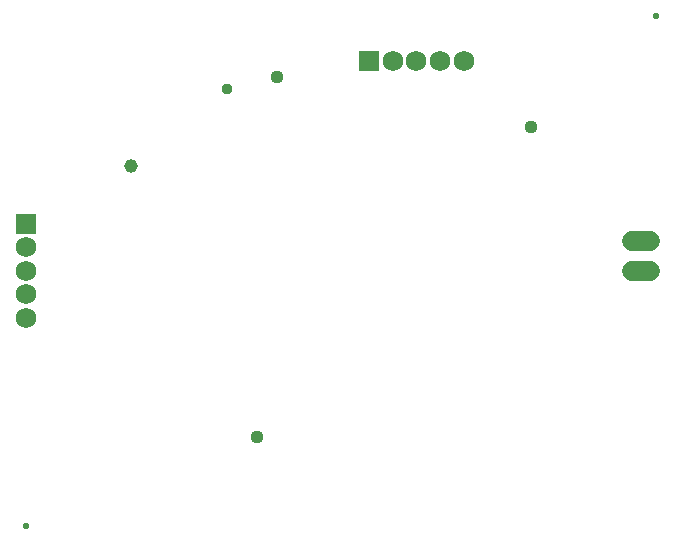
<source format=gbr>
G04 EAGLE Gerber RS-274X export*
G75*
%MOMM*%
%FSLAX34Y34*%
%LPD*%
%INSoldermask Bottom*%
%IPPOS*%
%AMOC8*
5,1,8,0,0,1.08239X$1,22.5*%
G01*
%ADD10C,0.553200*%
%ADD11R,1.727200X1.727200*%
%ADD12C,1.727200*%
%ADD13C,1.727200*%
%ADD14C,1.159600*%
%ADD15C,0.959600*%
%ADD16C,1.117600*%


D10*
X25400Y25400D03*
X558800Y457200D03*
D11*
X25400Y281300D03*
D12*
X25400Y241300D03*
X25400Y261300D03*
X25400Y221300D03*
X25400Y201300D03*
D11*
X315600Y419100D03*
D12*
X355600Y419100D03*
X335600Y419100D03*
X375600Y419100D03*
X395600Y419100D03*
D13*
X538480Y241300D02*
X553720Y241300D01*
X553720Y266700D02*
X538480Y266700D01*
D14*
X114300Y330200D03*
D15*
X195580Y394970D03*
D16*
X237490Y405130D03*
X452628Y363220D03*
X220726Y100584D03*
M02*

</source>
